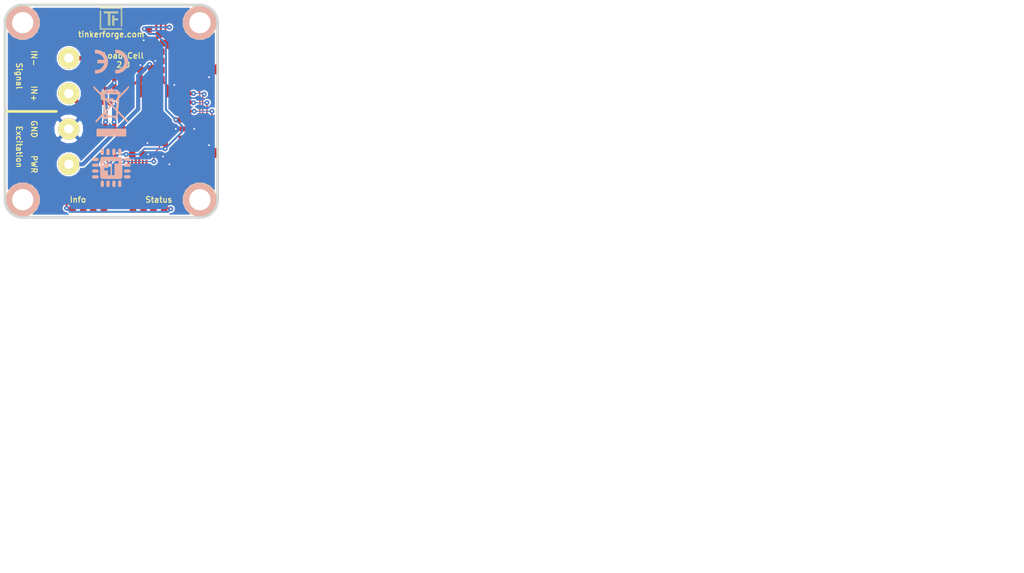
<source format=kicad_pcb>
(kicad_pcb (version 20211014) (generator pcbnew)
  (title_block (title "Load Cell Bricklet") (date "2018-01-11") (rev "2.0") (company "Tinkerforge GmbH") (comment 1 "Licensed under CERN OHL v.1.1") (comment 2 "Copyright (©) 2018, B.Nordmeyer <bastian@tinkerforge.com>"))
  (layers (0 "F.Cu" signal "Vorderseite") (31 "B.Cu" signal "Rückseite") (34 "B.Paste" user) (35 "F.Paste" user) (36 "B.SilkS" user "B.Silkscreen") (37 "F.SilkS" user "F.Silkscreen") (38 "B.Mask" user) (39 "F.Mask" user) (44 "Edge.Cuts" user))
  (net 0 "")
  (net 1 "AGND")
  (net 2 "3V3")
  (net 3 "Net-(P1-Pad6)")
  (net 4 "+5V")
  (net 5 "+5VA")
  (net 6 "Net-(P2-Pad2)")
  (net 7 "Net-(C1-Pad1)")
  (net 8 "Net-(D1-Pad2)")
  (net 9 "Net-(D2-Pad2)")
  (net 10 "Net-(L1-Pad2)")
  (net 11 "Net-(P1-Pad4)")
  (net 12 "Net-(P1-Pad5)")
  (net 13 "Net-(P3-Pad1)")
  (net 14 "Net-(P4-Pad1)")
  (net 15 "Net-(P4-Pad2)")
  (net 16 "Net-(R1-Pad1)")
  (net 17 "Net-(R2-Pad1)")
  (net 18 "S-MISO")
  (net 19 "S-MOSI")
  (net 20 "S-CLK")
  (net 21 "S-CS")
  (net 22 "PD_SCK")
  (net 23 "DOUT")
  (net 24 "RATE")
  (net 25 "Net-(RP2-Pad1)")
  (net 26 "Net-(RP2-Pad4)")
  (net 27 "Net-(P1-Pad1)")
  (net 28 "Net-(RP2-Pad2)")
  (net 29 "Net-(RP2-Pad3)")
  (net 30 "Net-(RP2-Pad6)")
  (net 31 "Net-(RP2-Pad7)")
  (net 32 "Net-(U1-Pad3)")
  (net 33 "Net-(U1-Pad5)")
  (net 34 "Net-(U1-Pad6)")
  (net 35 "Net-(U1-Pad7)")
  (net 36 "Net-(U1-Pad8)")
  (net 37 "Net-(U1-Pad11)")
  (net 38 "Net-(U1-Pad12)")
  (net 39 "Net-(U1-Pad13)")
  (net 40 "Net-(U1-Pad14)")
  (net 41 "Net-(U1-Pad15)")
  (net 42 "Net-(U1-Pad18)")
  (net 43 "Net-(U3-Pad2)")
  (net 44 "Net-(U3-Pad6)")
  (net 45 "Net-(U3-Pad13)")
  (footprint "kicad-libraries:Logo_31x31" (layer "F.Cu") (at 151.425 85.4)
    (fp_text reference "G***" hide)
    (fp_text value "Logo_31x31" hide)
  )
  (footprint "kicad-libraries:UMLP_22" (layer "F.Cu") (at 160.05 89.275 180)
    (fp_text reference "U2")
    (fp_text value "FAN4860")
    (pad "1" smd rect locked (at 0.65 -1.05 180) (size 0.25 0.8) (layers "F.Cu" "F.Paste" "F.Mask") (net 1 "AGND"))
    (pad "2" smd rect locked (at 0 -1.05 180) (size 0.25 0.8) (layers "F.Cu" "F.Paste" "F.Mask") (net 4 "+5V"))
    (pad "3" smd rect locked (at -0.65 -1.05 180) (size 0.25 0.8) (layers "F.Cu" "F.Paste" "F.Mask") (net 4 "+5V"))
    (pad "4" smd rect locked (at -0.65 1.05 180) (size 0.25 0.8) (layers "F.Cu" "F.Paste" "F.Mask") (net 2 "3V3"))
    (pad "5" smd rect locked (at 0 1.05 180) (size 0.25 0.8) (layers "F.Cu" "F.Paste" "F.Mask") (net 10 "Net-(L1-Pad2)"))
    (pad "6" smd rect locked (at 0.65 1.05 180) (size 0.25 0.8) (layers "F.Cu" "F.Paste" "F.Mask") (net 2 "3V3"))
    (pad "EP" smd rect locked (at 0 0 180) (size 1.45 0.8) (layers "F.Cu" "F.Paste" "F.Mask") (net 1 "AGND"))
  )
  (footprint "kicad-libraries:SOP16L" (layer "F.Cu") (at 156.65 100.075 180)
    (fp_text reference "U3")
    (fp_text value "HX711")
    (pad "1" smd rect locked (at -4.445 2.7 180) (size 0.5 1.5) (layers "F.Cu" "F.Paste" "F.Mask") (net 5 "+5VA") (clearance 0.14986))
    (pad "2" smd rect locked (at -3.175 2.7 180) (size 0.5 1.5) (layers "F.Cu" "F.Paste" "F.Mask") (net 43 "Net-(U3-Pad2)") (clearance 0.14986))
    (pad "3" smd rect locked (at -1.905 2.7 180) (size 0.5 1.5) (layers "F.Cu" "F.Paste" "F.Mask") (net 5 "+5VA") (clearance 0.14986))
    (pad "4" smd rect locked (at -0.635 2.7 180) (size 0.5 1.5) (layers "F.Cu" "F.Paste" "F.Mask") (net 1 "AGND") (clearance 0.14986))
    (pad "5" smd rect locked (at 0.635 2.7 180) (size 0.5 1.5) (layers "F.Cu" "F.Paste" "F.Mask") (net 1 "AGND") (clearance 0.14986))
    (pad "6" smd rect locked (at 1.905 2.7 180) (size 0.5 1.5) (layers "F.Cu" "F.Paste" "F.Mask") (net 44 "Net-(U3-Pad6)") (clearance 0.14986))
    (pad "7" smd rect locked (at 3.175 2.7 180) (size 0.5 1.5) (layers "F.Cu" "F.Paste" "F.Mask") (net 15 "Net-(P4-Pad2)"))
    (pad "8" smd rect locked (at 4.445 2.7 180) (size 0.5 1.5) (layers "F.Cu" "F.Paste" "F.Mask") (net 14 "Net-(P4-Pad1)"))
    (pad "9" smd rect locked (at 4.445 -2.7 180) (size 0.5 1.5) (layers "F.Cu" "F.Paste" "F.Mask") (net 15 "Net-(P4-Pad2)"))
    (pad "10" smd rect locked (at 3.175 -2.7 180) (size 0.5 1.5) (layers "F.Cu" "F.Paste" "F.Mask") (net 14 "Net-(P4-Pad1)"))
    (pad "11" smd rect locked (at 1.905 -2.7 180) (size 0.5 1.5) (layers "F.Cu" "F.Paste" "F.Mask") (net 26 "Net-(RP2-Pad4)"))
    (pad "12" smd rect locked (at 0.635 -2.7 180) (size 0.5 1.5) (layers "F.Cu" "F.Paste" "F.Mask") (net 25 "Net-(RP2-Pad1)"))
    (pad "13" smd rect locked (at -0.635 -2.7 180) (size 0.5 1.5) (layers "F.Cu" "F.Paste" "F.Mask") (net 45 "Net-(U3-Pad13)"))
    (pad "14" smd rect locked (at -1.905 -2.7 180) (size 0.5 1.5) (layers "F.Cu" "F.Paste" "F.Mask") (net 1 "AGND"))
    (pad "15" smd rect locked (at -3.175 -2.7 180) (size 0.5 1.5) (layers "F.Cu" "F.Paste" "F.Mask") (net 24 "RATE"))
    (pad "16" smd rect locked (at -4.445 -2.7 180) (size 0.5 1.5) (layers "F.Cu" "F.Paste" "F.Mask") (net 2 "3V3"))
  )
  (footprint "kicad-libraries:DRILL_NP" (layer "F.Cu") (at 165.55 112.575)
    (fp_text reference "U4" hide)
    (fp_text value "DRILL" hide)
    (pad "" np_thru_hole circle locked (at 0 0) (size 2.99974 2.99974) (drill 2.99974) (layers *.Cu *.Mask "F.SilkS") (clearance 0.89916))
  )
  (footprint "kicad-libraries:DRILL_NP" (layer "F.Cu") (at 140.55 112.575)
    (fp_text reference "U5" hide)
    (fp_text value "DRILL" hide)
    (pad "" np_thru_hole circle locked (at 0 0) (size 2.99974 2.99974) (drill 2.99974) (layers *.Cu *.Mask "F.SilkS") (clearance 0.89916))
  )
  (footprint "kicad-libraries:DRILL_NP" (layer "F.Cu") (at 140.55 87.575)
    (fp_text reference "U6" hide)
    (fp_text value "DRILL" hide)
    (pad "" np_thru_hole circle locked (at 0 0) (size 2.99974 2.99974) (drill 2.99974) (layers *.Cu *.Mask "F.SilkS") (clearance 0.89916))
  )
  (footprint "kicad-libraries:DRILL_NP" (layer "F.Cu") (at 165.55 87.575)
    (fp_text reference "U7" hide)
    (fp_text value "DRILL" hide)
    (pad "" np_thru_hole circle locked (at 0 0) (size 2.99974 2.99974) (drill 2.99974) (layers *.Cu *.Mask "F.SilkS") (clearance 0.89916))
  )
  (footprint "kicad-libraries:Fiducial_Mark" (layer "F.Cu") (at 145.55 86.575)
    (fp_text reference "Fiducial_Mark" hide)
    (fp_text value "VAL**" hide)
    (pad "1" smd circle locked (at 0 0) (size 1.00076 1.00076) (layers "F.Cu" "F.Paste" "F.Mask") (clearance 0.65024))
  )
  (footprint "kicad-libraries:Fiducial_Mark" (layer "F.Cu") (at 166.05 108.075)
    (fp_text reference "Fiducial_Mark" hide)
    (fp_text value "VAL**" hide)
    (pad "1" smd circle locked (at 0 0) (size 1.00076 1.00076) (layers "F.Cu" "F.Paste" "F.Mask") (clearance 0.65024))
  )
  (footprint "kicad-libraries:C0805" (layer "F.Cu") (at 159.75 86.675)
    (fp_text reference "L1")
    (fp_text value "1µH")
    (pad "1" smd rect locked (at -1.00076 0) (size 1.00076 1.24968) (layers "F.Cu" "F.Paste" "F.Mask") (net 2 "3V3") (clearance 0.14986))
    (pad "2" smd rect locked (at 1.00076 0) (size 1.00076 1.24968) (layers "F.Cu" "F.Paste" "F.Mask") (net 10 "Net-(L1-Pad2)") (clearance 0.14986))
  )
  (footprint "kicad-libraries:AKL_5_2" (layer "F.Cu") (at 147.05 95.075 90)
    (fp_text reference "P4")
    (fp_text value "AKL_5_2")
    (pad "1" thru_hole circle locked (at -2.49936 0 90) (size 2.99974 2.99974) (drill 1.30048) (layers *.Cu *.Mask "F.SilkS") (net 14 "Net-(P4-Pad1)"))
    (pad "2" thru_hole circle locked (at 2.49936 0 90) (size 2.99974 2.99974) (drill 1.30048) (layers *.Cu *.Mask "F.SilkS") (net 15 "Net-(P4-Pad2)"))
  )
  (footprint "kicad-libraries:AKL_5_2" (layer "F.Cu") (at 147.05 105.075 90)
    (fp_text reference "P5")
    (fp_text value "AKL_5_2")
    (pad "1" thru_hole circle locked (at -2.49936 0 90) (size 2.99974 2.99974) (drill 1.30048) (layers *.Cu *.Mask "F.SilkS") (net 5 "+5VA"))
    (pad "2" thru_hole circle locked (at 2.49936 0 90) (size 2.99974 2.99974) (drill 1.30048) (layers *.Cu *.Mask "F.SilkS") (net 1 "AGND"))
  )
  (footprint "kicad-libraries:4X0402" (layer "F.Cu") (at 163.25 107.975 180)
    (fp_text reference "RP1")
    (fp_text value "82")
    (pad "1" smd rect locked (at -0.7493 0.575) (size 0.29972 0.65) (layers "F.Cu" "F.Paste" "F.Mask") (net 11 "Net-(P1-Pad4)"))
    (pad "2" smd rect locked (at -0.24892 0.575) (size 0.29972 0.65) (layers "F.Cu" "F.Paste" "F.Mask") (net 12 "Net-(P1-Pad5)"))
    (pad "3" smd rect locked (at 0.24892 0.575) (size 0.29972 0.65) (layers "F.Cu" "F.Paste" "F.Mask") (net 3 "Net-(P1-Pad6)"))
    (pad "4" smd rect locked (at 0.7493 0.575) (size 0.29972 0.65) (layers "F.Cu" "F.Paste" "F.Mask") (net 7 "Net-(C1-Pad1)"))
    (pad "5" smd rect locked (at 0.7493 -0.575 180) (size 0.29972 0.65) (layers "F.Cu" "F.Paste" "F.Mask") (net 18 "S-MISO"))
    (pad "6" smd rect locked (at 0.24892 -0.575 180) (size 0.29972 0.65) (layers "F.Cu" "F.Paste" "F.Mask") (net 19 "S-MOSI"))
    (pad "7" smd rect locked (at -0.24892 -0.575 180) (size 0.29972 0.65) (layers "F.Cu" "F.Paste" "F.Mask") (net 20 "S-CLK"))
    (pad "8" smd rect locked (at -0.7493 -0.575 180) (size 0.29972 0.65) (layers "F.Cu" "F.Paste" "F.Mask") (net 21 "S-CS"))
  )
  (footprint "kicad-libraries:R0603F" (layer "F.Cu") (at 160.85 94.275)
    (fp_text reference "L2")
    (fp_text value "FB0603-2")
    (pad "1" smd rect locked (at -0.75 0) (size 0.9 0.9) (layers "F.Cu" "F.Paste" "F.Mask") (net 5 "+5VA"))
    (pad "2" smd rect locked (at 0.75 0) (size 0.9 0.9) (layers "F.Cu" "F.Paste" "F.Mask") (net 4 "+5V"))
  )
  (footprint "kicad-libraries:CON-SENSOR2" (layer "F.Cu") (at 168.05 100.075 90)
    (fp_text reference "P1")
    (fp_text value "CON-SENSOR")
    (pad "1" smd rect locked (at -3.75 -4.6 90) (size 0.6 1.8) (layers "F.Cu" "F.Paste" "F.Mask") (net 27 "Net-(P1-Pad1)"))
    (pad "2" smd rect locked (at -2.5 -4.6 90) (size 0.6 1.8) (layers "F.Cu" "F.Paste" "F.Mask") (net 1 "AGND"))
    (pad "3" smd rect locked (at -1.25 -4.6 90) (size 0.6 1.8) (layers "F.Cu" "F.Paste" "F.Mask") (net 2 "3V3"))
    (pad "4" smd rect locked (at 0 -4.6 90) (size 0.6 1.8) (layers "F.Cu" "F.Paste" "F.Mask") (net 11 "Net-(P1-Pad4)"))
    (pad "5" smd rect locked (at 1.25 -4.6 90) (size 0.6 1.8) (layers "F.Cu" "F.Paste" "F.Mask") (net 12 "Net-(P1-Pad5)"))
    (pad "6" smd rect locked (at 2.5 -4.6 90) (size 0.6 1.8) (layers "F.Cu" "F.Paste" "F.Mask") (net 3 "Net-(P1-Pad6)"))
    (pad "7" smd rect locked (at 3.75 -4.6 90) (size 0.6 1.8) (layers "F.Cu" "F.Paste" "F.Mask") (net 7 "Net-(C1-Pad1)"))
    (pad "EP" smd rect locked (at -5.9 -1.2 90) (size 1.4 2.4) (layers "F.Cu" "F.Paste" "F.Mask") (net 1 "AGND"))
    (pad "EP" smd rect locked (at 5.9 -1.2 90) (size 1.4 2.4) (layers "F.Cu" "F.Paste" "F.Mask") (net 1 "AGND"))
  )
  (footprint "kicad-libraries:SolderJumper" (layer "F.Cu") (at 160.75 108.675 180)
    (fp_text reference "P2")
    (fp_text value "Boot")
    (pad "1" smd rect locked (at -0.5 0 180) (size 0.4 1.4) (layers "F.Cu" "F.Mask") (net 1 "AGND"))
    (pad "1" smd rect locked (at -0.225 -0.55 180) (size 0.95 0.3) (layers "F.Cu" "F.Mask") (net 1 "AGND"))
    (pad "1" smd rect locked (at -0.225 0.55 180) (size 0.95 0.3) (layers "F.Cu" "F.Mask") (net 1 "AGND"))
    (pad "2" smd rect locked (at 0.15 0 180) (size 0.6 0.5) (layers "F.Cu" "F.Mask") (net 6 "Net-(P2-Pad2)"))
    (pad "2" smd rect locked (at 0.55 0 180) (size 0.3 1.4) (layers "F.Cu" "F.Mask") (net 6 "Net-(P2-Pad2)"))
  )
  (footprint "kicad-libraries:DEBUG_PAD" (layer "F.Cu") (at 160.45 110.075 90)
    (fp_text reference "P3")
    (fp_text value "Debug")
    (pad "1" smd circle locked (at 0 0 90) (size 0.7 0.7) (layers "F.Cu" "F.Paste" "F.Mask") (net 13 "Net-(P3-Pad1)"))
  )
  (footprint "kicad-libraries:QFN24-4x4mm-0.5mm" (layer "F.Cu") (at 156.75 109.475 180)
    (fp_text reference "U1")
    (fp_text value "XMC1100")
    (pad "1" smd oval locked (at -2.025 -1.25 180) (size 1 0.3) (layers "F.Cu" "F.Paste" "F.Mask") (net 18 "S-MISO"))
    (pad "2" smd oval locked (at -2.025 -0.75 180) (size 1 0.3) (layers "F.Cu" "F.Paste" "F.Mask") (net 13 "Net-(P3-Pad1)"))
    (pad "3" smd oval locked (at -2.025 -0.25 180) (size 1 0.3) (layers "F.Cu" "F.Paste" "F.Mask") (net 32 "Net-(U1-Pad3)"))
    (pad "4" smd oval locked (at -2.025 0.25 180) (size 1 0.3) (layers "F.Cu" "F.Paste" "F.Mask") (net 6 "Net-(P2-Pad2)"))
    (pad "5" smd oval locked (at -2.025 0.75 180) (size 1 0.3) (layers "F.Cu" "F.Paste" "F.Mask") (net 33 "Net-(U1-Pad5)"))
    (pad "6" smd oval locked (at -2.025 1.25 180) (size 1 0.3) (layers "F.Cu" "F.Paste" "F.Mask") (net 34 "Net-(U1-Pad6)"))
    (pad "7" smd oval locked (at -1.25 2.025 270) (size 1 0.3) (layers "F.Cu" "F.Paste" "F.Mask") (net 35 "Net-(U1-Pad7)"))
    (pad "8" smd oval locked (at -0.75 2.025 270) (size 1 0.3) (layers "F.Cu" "F.Paste" "F.Mask") (net 36 "Net-(U1-Pad8)"))
    (pad "9" smd oval locked (at -0.25 2.025 270) (size 1 0.3) (layers "F.Cu" "F.Paste" "F.Mask") (net 1 "AGND"))
    (pad "10" smd oval locked (at 0.25 2.025 270) (size 1 0.3) (layers "F.Cu" "F.Paste" "F.Mask") (net 2 "3V3"))
    (pad "11" smd oval locked (at 0.75 2.025 270) (size 1 0.3) (layers "F.Cu" "F.Paste" "F.Mask") (net 37 "Net-(U1-Pad11)"))
    (pad "12" smd oval locked (at 1.25 2.025 270) (size 1 0.3) (layers "F.Cu" "F.Paste" "F.Mask") (net 38 "Net-(U1-Pad12)"))
    (pad "13" smd oval locked (at 2.025 1.25 180) (size 1 0.3) (layers "F.Cu" "F.Paste" "F.Mask") (net 39 "Net-(U1-Pad13)"))
    (pad "14" smd oval locked (at 2.025 0.75 180) (size 1 0.3) (layers "F.Cu" "F.Paste" "F.Mask") (net 40 "Net-(U1-Pad14)"))
    (pad "15" smd oval locked (at 2.025 0.25 180) (size 1 0.3) (layers "F.Cu" "F.Paste" "F.Mask") (net 41 "Net-(U1-Pad15)"))
    (pad "16" smd oval locked (at 2.025 -0.25 180) (size 1 0.3) (layers "F.Cu" "F.Paste" "F.Mask") (net 24 "RATE"))
    (pad "17" smd oval locked (at 2.025 -0.75 180) (size 1 0.3) (layers "F.Cu" "F.Paste" "F.Mask") (net 23 "DOUT"))
    (pad "18" smd oval locked (at 2.025 -1.25 180) (size 1 0.3) (layers "F.Cu" "F.Paste" "F.Mask") (net 42 "Net-(U1-Pad18)"))
    (pad "19" smd oval locked (at 1.25 -2.025 270) (size 1 0.3) (layers "F.Cu" "F.Paste" "F.Mask") (net 22 "PD_SCK"))
    (pad "20" smd oval locked (at 0.75 -2.025 270) (size 1 0.3) (layers "F.Cu" "F.Paste" "F.Mask") (net 16 "Net-(R1-Pad1)"))
    (pad "21" smd oval locked (at 0.25 -2.025 270) (size 1 0.3) (layers "F.Cu" "F.Paste" "F.Mask") (net 17 "Net-(R2-Pad1)"))
    (pad "22" smd oval locked (at -0.25 -2.025 270) (size 1 0.3) (layers "F.Cu" "F.Paste" "F.Mask") (net 21 "S-CS"))
    (pad "23" smd oval locked (at -0.75 -2.025 270) (size 1 0.3) (layers "F.Cu" "F.Paste" "F.Mask") (net 20 "S-CLK"))
    (pad "24" smd oval locked (at -1.25 -2.025 270) (size 1 0.3) (layers "F.Cu" "F.Paste" "F.Mask") (net 19 "S-MOSI"))
    (pad "EXP" smd rect locked (at -0.65 0.65 180) (size 1.3 1.3) (layers "F.Cu" "F.Paste" "F.Mask") (net 1 "AGND"))
    (pad "EXP" smd rect locked (at 0.65 -0.65 180) (size 1.3 1.3) (layers "F.Cu" "F.Paste" "F.Mask") (net 1 "AGND"))
    (pad "EXP" smd rect locked (at 0.65 0.65 180) (size 1.3 1.3) (layers "F.Cu" "F.Paste" "F.Mask") (net 1 "AGND"))
    (pad "EXP" smd rect locked (at -0.65 -0.65 180) (size 1.3 1.3) (layers "F.Cu" "F.Paste" "F.Mask") (net 1 "AGND"))
  )
  (footprint "kicad-libraries:Fiducial_Mark" (layer "F.Cu") (at 145.15 113.375)
    (fp_text reference "Fiducial_Mark" hide)
    (fp_text value "VAL**" hide)
    (pad "1" smd circle locked (at 0 0) (size 1.00076 1.00076) (layers "F.Cu" "F.Paste" "F.Mask") (clearance 0.65024))
  )
  (footprint "kicad-libraries:4X0402" (layer "F.Cu") (at 153.45 105.475 135)
    (fp_text reference "RP2")
    (fp_text value "82")
    (pad "1" smd rect locked (at -0.749301 0.575 315) (size 0.29972 0.65) (layers "F.Cu" "F.Paste" "F.Mask") (net 25 "Net-(RP2-Pad1)"))
    (pad "2" smd rect locked (at -0.24892 0.574999 315) (size 0.29972 0.65) (layers "F.Cu" "F.Paste" "F.Mask") (net 28 "Net-(RP2-Pad2)"))
    (pad "3" smd rect locked (at 0.24892 0.574999 315) (size 0.29972 0.65) (layers "F.Cu" "F.Paste" "F.Mask") (net 29 "Net-(RP2-Pad3)"))
    (pad "4" smd rect locked (at 0.749301 0.575 315) (size 0.29972 0.65) (layers "F.Cu" "F.Paste" "F.Mask") (net 26 "Net-(RP2-Pad4)"))
    (pad "5" smd rect locked (at 0.749301 -0.575 135) (size 0.29972 0.65) (layers "F.Cu" "F.Paste" "F.Mask") (net 22 "PD_SCK"))
    (pad "6" smd rect locked (at 0.24892 -0.574999 135) (size 0.29972 0.65) (layers "F.Cu" "F.Paste" "F.Mask") (net 30 "Net-(RP2-Pad6)"))
    (pad "7" smd rect locked (at -0.24892 -0.574999 135) (size 0.29972 0.65) (layers "F.Cu" "F.Paste" "F.Mask") (net 31 "Net-(RP2-Pad7)"))
    (pad "8" smd rect locked (at -0.749301 -0.575 135) (size 0.29972 0.65) (layers "F.Cu" "F.Paste" "F.Mask") (net 23 "DOUT"))
  )
  (footprint "kicad-libraries:C0402F" (layer "F.Cu") (at 161.65 106.475 180)
    (fp_text reference "C1")
    (fp_text value "220pF")
    (pad "1" smd rect locked (at -0.5 0 180) (size 0.6 0.7) (layers "F.Cu" "F.Paste" "F.Mask") (net 7 "Net-(C1-Pad1)"))
    (pad "2" smd rect locked (at 0.5 0 180) (size 0.6 0.7) (layers "F.Cu" "F.Paste" "F.Mask") (net 1 "AGND"))
  )
  (footprint "kicad-libraries:C0603F" (layer "F.Cu") (at 156.75 106.175)
    (fp_text reference "C2")
    (fp_text value "100nF")
    (pad "1" smd rect locked (at -0.75 0) (size 0.9 0.9) (layers "F.Cu" "F.Paste" "F.Mask") (net 2 "3V3"))
    (pad "2" smd rect locked (at 0.75 0) (size 0.9 0.9) (layers "F.Cu" "F.Paste" "F.Mask") (net 1 "AGND"))
  )
  (footprint "kicad-libraries:C0603F" (layer "F.Cu") (at 158.35 89.275 90)
    (fp_text reference "C3")
    (fp_text value "2.2µF")
    (pad "1" smd rect locked (at -0.75 0 90) (size 0.9 0.9) (layers "F.Cu" "F.Paste" "F.Mask") (net 1 "AGND"))
    (pad "2" smd rect locked (at 0.75 0 90) (size 0.9 0.9) (layers "F.Cu" "F.Paste" "F.Mask") (net 2 "3V3"))
  )
  (footprint "kicad-libraries:C0603F" (layer "F.Cu") (at 160.85 91.675)
    (fp_text reference "C4")
    (fp_text value "4.7µF")
    (pad "1" smd rect locked (at -0.75 0) (size 0.9 0.9) (layers "F.Cu" "F.Paste" "F.Mask") (net 1 "AGND"))
    (pad "2" smd rect locked (at 0.75 0) (size 0.9 0.9) (layers "F.Cu" "F.Paste" "F.Mask") (net 4 "+5V"))
  )
  (footprint "kicad-libraries:C0603F" (layer "F.Cu") (at 160.85 92.975 180)
    (fp_text reference "C5")
    (fp_text value "100nF")
    (pad "1" smd rect locked (at -0.75 0 180) (size 0.9 0.9) (layers "F.Cu" "F.Paste" "F.Mask") (net 4 "+5V"))
    (pad "2" smd rect locked (at 0.75 0 180) (size 0.9 0.9) (layers "F.Cu" "F.Paste" "F.Mask") (net 1 "AGND"))
  )
  (footprint "kicad-libraries:C0603F" (layer "F.Cu") (at 160.85 95.575 180)
    (fp_text reference "C6")
    (fp_text value "100nF")
    (pad "1" smd rect locked (at -0.75 0 180) (size 0.9 0.9) (layers "F.Cu" "F.Paste" "F.Mask") (net 1 "AGND"))
    (pad "2" smd rect locked (at 0.75 0 180) (size 0.9 0.9) (layers "F.Cu" "F.Paste" "F.Mask") (net 5 "+5VA"))
  )
  (footprint "kicad-libraries:C0603F" (layer "F.Cu") (at 159.85 104.575)
    (fp_text reference "C7")
    (fp_text value "100nF")
    (pad "1" smd rect locked (at -0.75 0) (size 0.9 0.9) (layers "F.Cu" "F.Paste" "F.Mask") (net 1 "AGND"))
    (pad "2" smd rect locked (at 0.75 0) (size 0.9 0.9) (layers "F.Cu" "F.Paste" "F.Mask") (net 2 "3V3"))
  )
  (footprint "kicad-libraries:C0603F" (layer "F.Cu") (at 157.95 95.575 180)
    (fp_text reference "C8")
    (fp_text value "100nF")
    (pad "1" smd rect locked (at -0.75 0 180) (size 0.9 0.9) (layers "F.Cu" "F.Paste" "F.Mask") (net 5 "+5VA"))
    (pad "2" smd rect locked (at 0.75 0 180) (size 0.9 0.9) (layers "F.Cu" "F.Paste" "F.Mask") (net 1 "AGND"))
  )
  (footprint "kicad-libraries:C0603F" (layer "F.Cu") (at 157.95 94.275 180)
    (fp_text reference "C9")
    (fp_text value "1µF")
    (pad "1" smd rect locked (at -0.75 0 180) (size 0.9 0.9) (layers "F.Cu" "F.Paste" "F.Mask") (net 5 "+5VA"))
    (pad "2" smd rect locked (at 0.75 0 180) (size 0.9 0.9) (layers "F.Cu" "F.Paste" "F.Mask") (net 1 "AGND"))
  )
  (footprint "kicad-libraries:D0603F" (layer "F.Cu") (at 148.35 113.775)
    (fp_text reference "D1")
    (fp_text value "green")
    (pad "1" smd rect locked (at -0.75 0) (size 0.9 0.9) (layers "F.Cu" "F.Paste" "F.Mask") (net 2 "3V3"))
    (pad "2" smd rect locked (at 0.75 0) (size 0.9 0.9) (layers "F.Cu" "F.Paste" "F.Mask") (net 8 "Net-(D1-Pad2)"))
  )
  (footprint "kicad-libraries:D0603F" (layer "F.Cu") (at 159.75 113.775 180)
    (fp_text reference "D2")
    (fp_text value "blue")
    (pad "1" smd rect locked (at -0.75 0 180) (size 0.9 0.9) (layers "F.Cu" "F.Paste" "F.Mask") (net 2 "3V3"))
    (pad "2" smd rect locked (at 0.75 0 180) (size 0.9 0.9) (layers "F.Cu" "F.Paste" "F.Mask") (net 9 "Net-(D2-Pad2)"))
  )
  (footprint "kicad-libraries:R0603F" (layer "F.Cu") (at 151.25 113.775 180)
    (fp_text reference "R1")
    (fp_text value "1k")
    (pad "1" smd rect locked (at -0.75 0 180) (size 0.9 0.9) (layers "F.Cu" "F.Paste" "F.Mask") (net 16 "Net-(R1-Pad1)"))
    (pad "2" smd rect locked (at 0.75 0 180) (size 0.9 0.9) (layers "F.Cu" "F.Paste" "F.Mask") (net 8 "Net-(D1-Pad2)"))
  )
  (footprint "kicad-libraries:R0603F" (layer "F.Cu") (at 156.85 113.775)
    (fp_text reference "R2")
    (fp_text value "1k")
    (pad "1" smd rect locked (at -0.75 0) (size 0.9 0.9) (layers "F.Cu" "F.Paste" "F.Mask") (net 17 "Net-(R2-Pad1)"))
    (pad "2" smd rect locked (at 0.75 0) (size 0.9 0.9) (layers "F.Cu" "F.Paste" "F.Mask") (net 9 "Net-(D2-Pad2)"))
  )
  (footprint "kicad-libraries:CE_5mm" (layer "B.Cu") (at 153.05 93.075 180)
    (fp_text reference "VAL" hide)
    (fp_text value "CE_5mm" hide)
  )
  (footprint "kicad-libraries:WEEE_7mm" (layer "B.Cu") (at 153.05 100.075 180)
    (fp_text reference "G***" hide)
    (fp_text value "LOGO" hide)
  )
  (footprint "kicad-libraries:Logo_CoMCU" (layer "B.Cu") (at 153.05 108.075 180)
    (fp_text reference "G***" hide)
    (fp_text value "LOGO" hide)
  )
  (gr_line (start 145.3 100.1) (end 138.05 100.1) (layer "F.SilkS") (width 0.381))
  (gr_line (start 140.55 115.075) (end 165.55 115.075) (layer "Edge.Cuts") (width 0.381))
  (gr_line (start 138.05 87.575) (end 138.05 112.575) (layer "Edge.Cuts") (width 0.381))
  (gr_arc (start 140.55 115.075) (mid 138.782233 114.342767) (end 138.05 112.575) (layer "Edge.Cuts") (width 0.381))
  (gr_line (start 168.05 112.575) (end 168.05 87.575) (layer "Edge.Cuts") (width 0.381))
  (gr_arc (start 168.05 112.575) (mid 167.317767 114.342767) (end 165.55 115.075) (layer "Edge.Cuts") (width 0.381))
  (gr_arc (start 165.55 85.075) (mid 167.317767 85.807233) (end 168.05 87.575) (layer "Edge.Cuts") (width 0.381))
  (gr_line (start 165.55 85.075) (end 140.55 85.075) (layer "Edge.Cuts") (width 0.381))
  (gr_arc (start 138.05 87.575) (mid 138.782233 85.807233) (end 140.55 85.075) (layer "Edge.Cuts") (width 0.381))
  (gr_text "Signal" (at 140.05 95.1 270) (layer "F.SilkS") (effects (font (size 0.8 0.8))))
  (gr_text "PWR" (at 142.15 107.575 270) (layer "F.SilkS") (effects (font (size 0.8001 0.8001) (thickness 0.14986))))
  (gr_text "Status" (at 159.75 112.575) (layer "F.SilkS") (effects (font (size 0.8001 0.8001) (thickness 0.14986))))
  (gr_text "Excitation" (at 140.05 105.1 270) (layer "F.SilkS") (effects (font (size 0.8 0.8))))
  (gr_text "Load Cell\n2.0" (at 154.75 92.875) (layer "F.SilkS") (effects (font (size 0.8 0.8))))
  (gr_text "GND" (at 142.15 102.6 270) (layer "F.SilkS") (effects (font (size 0.8001 0.8001) (thickness 0.14986))))
  (gr_text "tinkerforge.com" (at 153.05 89.225) (layer "F.SilkS") (effects (font (size 0.8001 0.8001) (thickness 0.14986))))
  (gr_text "IN+" (at 142.15 97.6 270) (layer "F.SilkS") (effects (font (size 0.8001 0.8001) (thickness 0.14986))))
  (gr_text "IN-" (at 142.15 92.6 270) (layer "F.SilkS") (effects (font (size 0.8001 0.8001) (thickness 0.14986))))
  (gr_text "Info" (at 148.35 112.575) (layer "F.SilkS") (effects (font (size 0.8001 0.8001) (thickness 0.14986))))
  (segment (start 157.285 96.41) (end 157.1499 96.2749) (width 0.29972) (layer "F.Cu") (net 1))
  (segment (start 157.1499 96.2749) (end 157.1499 95.575) (width 0.29972) (layer "F.Cu") (net 1))
  (segment (start 156.015 96.51) (end 156.95 95.575) (width 0.29972) (layer "F.Cu") (net 1))
  (segment (start 156.95 95.575) (end 157.1499 95.575) (width 0.29972) (layer "F.Cu") (net 1))
  (segment (start 157.1499 93.5751) (end 157.15 93.575) (width 0.59944) (layer "F.Cu") (net 1))
  (segment (start 158.555 104.0801) (end 159.0499 104.575) (width 0.59944) (layer "F.Cu") (net 1))
  (segment (start 161.6501 96.0751) (end 161.95 96.375) (width 0.59944) (layer "F.Cu") (net 1))
  (segment (start 160.0499 91.5999) (end 159.4 90.95) (width 0.29972) (layer "F.Cu") (net 1))
  (segment (start 159.4 90.95) (end 159.4 90.325) (width 0.29972) (layer "F.Cu") (net 1))
  (segment (start 159.1251 90.0501) (end 159.4 90.325) (width 0.29972) (layer "F.Cu") (net 1))
  (segment (start 159.4 89.925) (end 160.05 89.275) (width 0.29972) (layer "F.Cu") (net 1))
  (segment (start 157.625 90.05) (end 157.6251 90.0501) (width 0.29972) (layer "F.Cu") (net 1))
  (segment (start 157.6251 90.0501) (end 158.375 90.0501) (width 0.29972) (layer "F.Cu") (net 1))
  (segment (start 157 106.675) (end 157.5 106.175) (width 0.29972) (layer "F.Cu") (net 1))
  (segment (start 157 108.425) (end 157.4 108.825) (width 0.29972) (layer "F.Cu") (net 1))
  (segment (start 161.2 108.125) (end 161.25 108.175) (width 0.14986) (layer "F.Cu") (net 1))
  (segment (start 161.25 108.175) (end 161.25 108.675) (width 0.14986) (layer "F.Cu") (net 1))
  (segment (start 161.25 109.175) (end 160.95 109.175) (width 0.14986) (layer "F.Cu") (net 1))
  (segment (start 160.95 109.175) (end 160.975 109.225) (width 0.14986) (layer "F.Cu") (net 1))
  (segment (start 157.5 106.175) (end 158.25 106.175) (width 0.29972) (layer "F.Cu") (net 1))
  (segment (start 163.45 102.575) (end 164.75 102.575) (width 0.7) (layer "F.Cu") (net 1))
  (segment (start 166.85 105.975) (end 166.85 104.875) (width 0.59944) (layer "F.Cu") (net 1))
  (segment (start 157.4 108.825) (end 157.4 110.125) (width 0.29972) (layer "F.Cu") (net 1))
  (segment (start 156.015 97.375) (end 156.015 96.51) (width 0.29972) (layer "F.Cu") (net 1))
  (segment (start 160.0499 92.975) (end 159.275 92.975) (width 0.7) (layer "F.Cu") (net 1))
  (segment (start 163.45 102.575) (end 162.15 102.575) (width 0.7) (layer "F.Cu") (net 1))
  (segment (start 161.25 108.675) (end 161.25 107.575) (width 0.29972) (layer "F.Cu") (net 1))
  (segment (start 160.0499 91.675) (end 160.0499 92.975) (width 0.7) (layer "F.Cu") (net 1))
  (segment (start 161.25 108.675) (end 161.25 109.175) (width 0.14986) (layer "F.Cu") (net 1))
  (segment (start 166.85 94.175) (end 166.85 95.275) (width 0.59944) (layer "F.Cu") (net 1))
  (segment (start 159.1 104.575) (end 158.15 104.575) (width 0.29972) (layer "F.Cu") (net 1))
  (segment (start 160.0499 91.675) (end 160.0499 91.5999) (width 0.29972) (layer "F.Cu") (net 1))
  (segment (start 157.1499 95.575) (end 157.1499 94.275) (width 0.59944) (layer "F.Cu") (net 1))
  (segment (start 161.6501 96.0751) (end 161.6501 95.575) (width 0.59944) (layer "F.Cu") (net 1))
  (segment (start 158.555 102.775) (end 158.555 104.0801) (width 0.59944) (layer "F.Cu") (net 1))
  (segment (start 158.375 90.0501) (end 159.1251 90.0501) (width 0.29972) (layer "F.Cu") (net 1))
  (segment (start 157 107.45) (end 157 108.425) (width 0.29972) (layer "F.Cu") (net 1))
  (segment (start 159.4 90.325) (end 159.4 89.925) (width 0.29972) (layer "F.Cu") (net 1))
  (segment (start 157 107.45) (end 157 106.675) (width 0.29972) (layer "F.Cu") (net 1))
  (segment (start 157.285 97.375) (end 157.285 96.41) (width 0.29972) (layer "F.Cu") (net 1))
  (segment (start 161 106.475) (end 160.35 106.475) (width 0.59944) (layer "F.Cu") (net 1))
  (segment (start 156.1 110.125) (end 156.1 108.825) (width 0.29972) (layer "F.Cu") (net 1))
  (segment (start 157.4 110.125) (end 156.1 110.125) (width 0.29972) (layer "F.Cu") (net 1))
  (segment (start 157.1499 93.5751) (end 157.1499 94.275) (width 0.59944) (layer "F.Cu") (net 1))
  (segment (start 160.975 108.125) (end 161.2 108.125) (width 0.14986) (layer "F.Cu") (net 1))
  (via (at 162.15 102.575) (size 0.70104) (drill 0.24892) (layers "F.Cu" "B.Cu") (net 1))
  (via (at 161.95 96.375) (size 0.70104) (drill 0.24892) (layers "F.Cu" "B.Cu") (net 1))
  (via (at 157.15 93.575) (size 0.70104) (drill 0.24892) (layers "F.Cu" "B.Cu") (net 1))
  (via (at 166.85 95.275) (size 0.70104) (drill 0.24892) (layers "F.Cu" "B.Cu") (net 1))
  (via (at 158.15 104.575) (size 0.70104) (drill 0.24892) (layers "F.Cu" "B.Cu") (net 1))
  (via (at 157.625 90.05) (size 0.70104) (drill 0.24892) (layers "F.Cu" "B.Cu") (net 1))
  (via (at 159.275 92.975) (size 0.70104) (drill 0.24892) (layers "F.Cu" "B.Cu") (net 1))
  (via (at 164.75 102.575) (size 0.70104) (drill 0.24892) (layers "F.Cu" "B.Cu") (net 1))
  (via (at 161.25 107.575) (size 0.70104) (drill 0.24892) (layers "F.Cu" "B.Cu") (net 1))
  (via (at 158.25 106.175) (size 0.70104) (drill 0.24892) (layers "F.Cu" "B.Cu") (net 1))
  (via (at 166.85 104.875) (size 0.70104) (drill 0.24892) (layers "F.Cu" "B.Cu") (net 1))
  (via (at 160.35 106.475) (size 0.70104) (drill 0.24892) (layers "F.Cu" "B.Cu") (net 1))
  (segment (start 161.95 87.6) (end 161.375 87.025) (width 0.29972) (layer "B.Cu") (net 1))
  (segment (start 161.375 87.025) (end 157.75 87.025) (width 0.29972) (layer "B.Cu") (net 1))
  (segment (start 157.75 87.025) (end 156.85 87.925) (width 0.29972) (layer "B.Cu") (net 1))
  (segment (start 156.85 87.925) (end 156.85 89.275) (width 0.29972) (layer "B.Cu") (net 1))
  (segment (start 156.85 89.275) (end 157.625 90.05) (width 0.29972) (layer "B.Cu") (net 1))
  (segment (start 158.95 92.975) (end 158.6125 92.6375) (width 0.29972) (layer "B.Cu") (net 1))
  (segment (start 157.625 91.65) (end 157.625 90.05) (width 0.29972) (layer "B.Cu") (net 1))
  (segment (start 158.6125 92.6375) (end 157.625 91.65) (width 0.29972) (layer "B.Cu") (net 1))
  (segment (start 161.95 96.375) (end 161.95 87.6) (width 0.29972) (layer "B.Cu") (net 1))
  (segment (start 159.275 92.975) (end 158.95 92.975) (width 0.29972) (layer "B.Cu") (net 1))
  (segment (start 161.095 104.1301) (end 160.6501 104.575) (width 0.29972) (layer "F.Cu") (net 2))
  (segment (start 158.5999 88.225) (end 158.375 88.4499) (width 0.29972) (layer "F.Cu") (net 2))
  (segment (start 157.7251 88.4499) (end 157.7 88.475) (width 0.29972) (layer "F.Cu") (net 2))
  (segment (start 159.4 87.35076) (end 158.72424 86.675) (width 0.29972) (layer "F.Cu") (net 2))
  (segment (start 156.5 106.675) (end 156 106.175) (width 0.29972) (layer "F.Cu") (net 2))
  (segment (start 160.6 105.325) (end 160.65 105.375) (width 0.29972) (layer "F.Cu") (net 2))
  (segment (start 155.15 106.175) (end 156 106.175) (width 0.29972) (layer "F.Cu") (net 2))
  (segment (start 162.2 101.325) (end 162.15 101.275) (width 0.7) (layer "F.Cu") (net 2))
  (segment (start 161.45 113.875) (end 161.35 113.775) (width 0.29972) (layer "F.Cu") (net 2))
  (segment (start 161.35 113.775) (end 160.5 113.775) (width 0.29972) (layer "F.Cu") (net 2))
  (segment (start 146.75 112.775) (end 147.65 111.875) (width 0.29972) (layer "F.Cu") (net 2))
  (segment (start 147.65 111.875) (end 150.15 111.875) (width 0.29972) (layer "F.Cu") (net 2))
  (segment (start 150.15 111.875) (end 151.85 110.175) (width 0.29972) (layer "F.Cu") (net 2))
  (segment (start 151.85 110.175) (end 151.85 107.575) (width 0.29972) (layer "F.Cu") (net 2))
  (segment (start 161.25 88.225) (end 160.7 88.225) (width 0.29972) (layer "F.Cu") (net 2))
  (segment (start 163.45 101.325) (end 162.2 101.325) (width 0.7) (layer "F.Cu") (net 2))
  (segment (start 146.75 113.775) (end 146.75 112.775) (width 0.29972) (layer "F.Cu") (net 2))
  (segment (start 159.4 88.225) (end 159.4 87.35076) (width 0.29972) (layer "F.Cu") (net 2))
  (segment (start 147.6 113.775) (end 146.75 113.775) (width 0.29972) (layer "F.Cu") (net 2))
  (segment (start 159.4 88.225) (end 158.5999 88.225) (width 0.29972) (layer "F.Cu") (net 2))
  (segment (start 158.375 88.4499) (end 157.7251 88.4499) (width 0.29972) (layer "F.Cu") (net 2))
  (segment (start 160.6 104.575) (end 160.6 105.325) (width 0.29972) (layer "F.Cu") (net 2))
  (segment (start 161.095 102.775) (end 161.095 104.1301) (width 0.29972) (layer "F.Cu") (net 2))
  (segment (start 156.5 107.45) (end 156.5 106.675) (width 0.29972) (layer "F.Cu") (net 2))
  (via (at 146.75 113.775) (size 0.70104) (drill 0.24892) (layers "F.Cu" "B.Cu") (net 2))
  (via (at 161.25 88.225) (size 0.70104) (drill 0.24892) (layers "F.Cu" "B.Cu") (net 2))
  (via (at 162.15 101.275) (size 0.70104) (drill 0.24892) (layers "F.Cu" "B.Cu") (net 2))
  (via (at 151.85 107.575) (size 0.70104) (drill 0.24892) (layers "F.Cu" "B.Cu") (net 2))
  (via (at 160.65 105.375) (size 0.70104) (drill 0.24892) (layers "F.Cu" "B.Cu") (net 2))
  (via (at 161.45 113.875) (size 0.70104) (drill 0.24892) (layers "F.Cu" "B.Cu") (net 2))
  (via (at 157.7 88.475) (size 0.70104) (drill 0.24892) (layers "F.Cu" "B.Cu") (net 2))
  (via (at 155.15 106.175) (size 0.70104) (drill 0.24892) (layers "F.Cu" "B.Cu") (net 2))
  (segment (start 157.95 88.225) (end 157.7 88.475) (width 0.29972) (layer "B.Cu") (net 2))
  (segment (start 160.65 105.375) (end 157.75 105.375) (width 0.29972) (layer "B.Cu") (net 2))
  (segment (start 157.75 105.375) (end 156.95 106.175) (width 0.29972) (layer "B.Cu") (net 2))
  (segment (start 156.95 106.175) (end 155.15 106.175) (width 0.29972) (layer "B.Cu") (net 2))
  (segment (start 160.75 99.875) (end 160.75 90.575) (width 0.29972) (layer "B.Cu") (net 2))
  (segment (start 159.35 89.175) (end 158.4 89.175) (width 0.29972) (layer "B.Cu") (net 2))
  (segment (start 158.4 89.175) (end 157.7 88.475) (width 0.29972) (layer "B.Cu") (net 2))
  (segment (start 163.05 102.975) (end 163.05 102.175) (width 0.29972) (layer "B.Cu") (net 2))
  (segment (start 163.05 102.175) (end 162.15 101.275) (width 0.29972) (layer "B.Cu") (net 2))
  (segment (start 146.75 113.775) (end 147.25 114.275) (width 0.29972) (layer "B.Cu") (net 2))
  (segment (start 147.25 114.275) (end 161.05 114.275) (width 0.29972) (layer "B.Cu") (net 2))
  (segment (start 161.05 114.275) (end 161.45 113.875) (width 0.29972) (layer "B.Cu") (net 2))
  (segment (start 151.85 107.575) (end 152.65 107.575) (width 0.29972) (layer "B.Cu") (net 2))
  (segment (start 152.65 107.575) (end 154.05 106.175) (width 0.29972) (layer "B.Cu") (net 2))
  (segment (start 154.05 106.175) (end 155.15 106.175) (width 0.29972) (layer "B.Cu") (net 2))
  (segment (start 162.15 101.275) (end 160.75 99.875) (width 0.29972) (layer "B.Cu") (net 2))
  (segment (start 161.25 88.225) (end 157.95 88.225) (width 0.29972) (layer "B.Cu") (net 2))
  (segment (start 160.75 90.575) (end 159.35 89.175) (width 0.29972) (layer "B.Cu") (net 2))
  (segment (start 160.65 105.375) (end 163.05 102.975) (width 0.29972) (layer "B.Cu") (net 2))
  (segment (start 163.00108 105.82392) (end 164.05 104.775) (width 0.14986) (layer "F.Cu") (net 3))
  (segment (start 164.05 104.775) (end 164.65 104.775) (width 0.14986) (layer "F.Cu") (net 3))
  (segment (start 164.65 104.775) (end 165.95 103.475) (width 0.14986) (layer "F.Cu") (net 3))
  (segment (start 165.95 103.475) (end 165.95 97.875) (width 0.14986) (layer "F.Cu") (net 3))
  (segment (start 165.95 97.875) (end 166.15 97.675) (width 0.14986) (layer "F.Cu") (net 3))
  (segment (start 164.65 97.575) (end 163.45 97.575) (width 0.14986) (layer "F.Cu") (net 3))
  (segment (start 163.00108 107.4) (end 163.00108 105.82392) (width 0.14986) (layer "F.Cu") (net 3))
  (via (at 166.15 97.675) (size 0.70104) (drill 0.24892) (layers "F.Cu" "B.Cu") (net 3))
  (via (at 164.65 97.575) (size 0.70104) (drill 0.24892) (layers "F.Cu" "B.Cu") (net 3))
  (segment (start 166.15 97.675) (end 166.05 97.575) (width 0.14986) (layer "B.Cu") (net 3))
  (segment (start 166.05 97.575) (end 164.65 97.575) (width 0.14986) (layer "B.Cu") (net 3))
  (segment (start 161.6 91.225) (end 161.15 90.775) (width 0.29972) (layer "F.Cu") (net 4))
  (segment (start 161.15 90.775) (end 160.75 90.775) (width 0.29972) (layer "F.Cu") (net 4))
  (segment (start 160.75 90.775) (end 160.7 90.725) (width 0.29972) (layer "F.Cu") (net 4))
  (segment (start 160.7 90.725) (end 160.7 90.325) (width 0.29972) (layer "F.Cu") (net 4))
  (segment (start 161.6501 94.275) (end 161.6501 92.975) (width 0.59944) (layer "F.Cu") (net 4))
  (segment (start 161.6501 91.675) (end 161.6501 92.975) (width 0.59944) (layer "F.Cu") (net 4))
  (segment (start 160.05 90.325) (end 160.7 90.325) (width 0.2) (layer "F.Cu") (net 4))
  (segment (start 161.6 91.675) (end 161.6 91.225) (width 0.29972) (layer "F.Cu") (net 4))
  (segment (start 158.75 95.5749) (end 158.7501 95.575) (width 0.29972) (layer "F.Cu") (net 5))
  (segment (start 158.7501 95.8749) (end 158.555 96.07) (width 0.29972) (layer "F.Cu") (net 5))
  (segment (start 158.555 96.07) (end 158.555 97.375) (width 0.29972) (layer "F.Cu") (net 5))
  (segment (start 161.095 96.6201) (end 160.0499 95.575) (width 0.29972) (layer "F.Cu") (net 5))
  (segment (start 159.75 95.575) (end 158.75 94.575) (width 0.59944) (layer "F.Cu") (net 5))
  (segment (start 158.75 94.575) (end 158.7501 94.275) (width 0.59944) (layer "F.Cu") (net 5))
  (segment (start 158.7 93.725) (end 158.45 93.475) (width 0.59944) (layer "F.Cu") (net 5))
  (segment (start 158.75 94.2751) (end 158.75 95.5749) (width 0.59944) (layer "F.Cu") (net 5))
  (segment (start 160.0499 95.575) (end 159.75 95.575) (width 0.59944) (layer "F.Cu") (net 5))
  (segment (start 158.7501 95.575) (end 158.7501 95.8749) (width 0.29972) (layer "F.Cu") (net 5))
  (segment (start 161.095 97.375) (end 161.095 97.02) (width 0.29972) (layer "F.Cu") (net 5))
  (segment (start 160.0499 94.275) (end 160.05 94.275) (width 0.59944) (layer "F.Cu") (net 5))
  (segment (start 158.7 94.275) (end 158.7 93.725) (width 0.59944) (layer "F.Cu") (net 5))
  (segment (start 161.095 97.375) (end 161.095 96.6201) (width 0.29972) (layer "F.Cu") (net 5))
  (segment (start 160.0499 94.275) (end 158.7501 94.275) (width 0.59944) (layer "F.Cu") (net 5))
  (via (at 158.45 93.475) (size 0.70104) (drill 0.24892) (layers "F.Cu" "B.Cu") (net 5))
  (segment (start 158.45 93.475) (end 156.85 95.075) (width 0.59944) (layer "B.Cu") (net 5))
  (segment (start 156.85 95.075) (end 156.85 99.775) (width 0.59944) (layer "B.Cu") (net 5))
  (segment (start 156.85 99.775) (end 149.05064 107.57436) (width 0.59944) (layer "B.Cu") (net 5))
  (segment (start 149.05064 107.57436) (end 147.05 107.57436) (width 0.59944) (layer "B.Cu") (net 5))
  (segment (start 159.4 109.225) (end 159.95 108.675) (width 0.14986) (layer "F.Cu") (net 6))
  (segment (start 159.95 108.675) (end 160.2 108.675) (width 0.14986) (layer "F.Cu") (net 6))
  (segment (start 158.775 109.225) (end 159.4 109.225) (width 0.14986) (layer "F.Cu") (net 6))
  (segment (start 160.2 108.675) (end 160.6 108.675) (width 0.14986) (layer "F.Cu") (net 6))
  (segment (start 162.5007 105.8243) (end 163.95 104.375) (width 0.14986) (layer "F.Cu") (net 7))
  (segment (start 163.95 104.375) (end 164.45 104.375) (width 0.14986) (layer "F.Cu") (net 7))
  (segment (start 164.45 104.375) (end 165.55 103.275) (width 0.14986) (layer "F.Cu") (net 7))
  (segment (start 165.55 103.275) (end 165.55 97.475) (width 0.14986) (layer "F.Cu") (net 7))
  (segment (start 165.55 97.475) (end 164.4 96.325) (width 0.14986) (layer "F.Cu") (net 7))
  (segment (start 164.4 96.325) (end 163.45 96.325) (width 0.14986) (layer "F.Cu") (net 7))
  (segment (start 162.4757 107.375) (end 162.5007 107.4) (width 0.14986) (layer "F.Cu") (net 7))
  (segment (start 162.5007 106.6757) (end 162.3 106.475) (width 0.14986) (layer "F.Cu") (net 7))
  (segment (start 162.5007 107.4) (end 162.5007 105.8243) (width 0.14986) (layer "F.Cu") (net 7))
  (segment (start 162.5007 107.4) (end 162.5007 106.6757) (width 0.14986) (layer "F.Cu") (net 7))
  (segment (start 149.1 113.775) (end 150.5 113.775) (width 0.14986) (layer "F.Cu") (net 8))
  (segment (start 157.6 113.775) (end 159 113.775) (width 0.14986) (layer "F.Cu") (net 9))
  (segment (start 160.05 87.35076) (end 160.72576 86.675) (width 0.29972) (layer "F.Cu") (net 10))
  (segment (start 160.05 88.225) (end 160.05 87.35076) (width 0.29972) (layer "F.Cu") (net 10))
  (segment (start 163.9993 106.2257) (end 164.65 105.575) (width 0.14986) (layer "F.Cu") (net 11))
  (segment (start 164.65 105.575) (end 164.95 105.575) (width 0.14986) (layer "F.Cu") (net 11))
  (segment (start 164.95 105.575) (end 167.25 103.275) (width 0.14986) (layer "F.Cu") (net 11))
  (segment (start 167.25 103.275) (end 167.25 100.075) (width 0.14986) (layer "F.Cu") (net 11))
  (segment (start 164.75 100.075) (end 163.45 100.075) (width 0.14986) (layer "F.Cu") (net 11))
  (segment (start 163.9993 107.4) (end 163.9993 106.2257) (width 0.14986) (layer "F.Cu") (net 11))
  (via (at 167.25 100.075) (size 0.70104) (drill 0.24892) (layers "F.Cu" "B.Cu") (net 11))
  (via (at 164.75 100.075) (size 0.70104) (drill 0.24892) (layers "F.Cu" "B.Cu") (net 11))
  (segment (start 167.25 100.075) (end 164.75 100.075) (width 0.14986) (layer "B.Cu") (net 11))
  (segment (start 163.49892 106.22608) (end 164.55 105.175) (width 0.14986) (layer "F.Cu") (net 12))
  (segment (start 164.55 105.175) (end 164.85 105.175) (width 0.14986) (layer "F.Cu") (net 12))
  (segment (start 164.85 105.175) (end 166.55 103.475) (width 0.14986) (layer "F.Cu") (net 12))
  (segment (start 166.55 103.475) (end 166.55 98.875) (width 0.14986) (layer "F.Cu") (net 12))
  (segment (start 164.65 98.875) (end 164.6 98.825) (width 0.14986) (layer "F.Cu") (net 12))
  (segment (start 164.6 98.825) (end 163.45 98.825) (width 0.14986) (layer "F.Cu") (net 12))
  (segment (start 163.49892 107.4) (end 163.49892 106.22608) (width 0.14986) (layer "F.Cu") (net 12))
  (via (at 166.55 98.875) (size 0.70104) (drill 0.24892) (layers "F.Cu" "B.Cu") (net 12))
  (via (at 164.65 98.875) (size 0.70104) (drill 0.24892) (layers "F.Cu" "B.Cu") (net 12))
  (segment (start 166.55 98.875) (end 164.65 98.875) (width 0.14986) (layer "B.Cu") (net 12))
  (segment (start 160.3 110.225) (end 160.45 110.075) (width 0.14986) (layer "F.Cu") (net 13))
  (segment (start 158.775 110.225) (end 160.3 110.225) (width 0.14986) (layer "F.Cu") (net 13))
  (segment (start 152.205 98.52) (end 151.85 98.875) (width 0.59944) (layer "F.Cu") (net 14))
  (segment (start 151.85 98.875) (end 148.32626 98.875) (width 0.59944) (layer "F.Cu") (net 14))
  (segment (start 148.32626 98.875) (end 147.05076 97.5995) (width 0.59944) (layer "F.Cu") (net 14))
  (segment (start 152.205 98.375) (end 152.205 98.52) (width 0.59944) (layer "F.Cu") (net 14))
  (segment (start 152.25 98.375) (end 152.95 99.075) (width 0.59944) (layer "F.Cu") (net 14))
  (segment (start 152.95 99.075) (end 153.45 99.075) (width 0.59944) (layer "F.Cu") (net 14))
  (segment (start 153.45 101.575) (end 153.475 101.6) (width 0.59944) (layer "F.Cu") (net 14))
  (segment (start 153.475 101.6) (end 153.475 102.775) (width 0.59944) (layer "F.Cu") (net 14))
  (segment (start 152.205 97.375) (end 152.205 98.375) (width 0.59944) (layer "F.Cu") (net 14))
  (segment (start 152.205 98.375) (end 152.25 98.375) (width 0.59944) (layer "F.Cu") (net 14))
  (via (at 153.45 101.575) (size 0.70104) (drill 0.24892) (layers "F.Cu" "B.Cu") (net 14))
  (via (at 153.45 99.075) (size 0.70104) (drill 0.24892) (layers "F.Cu" "B.Cu") (net 14))
  (segment (start 153.45 99.075) (end 153.45 101.575) (width 0.59944) (layer "B.Cu") (net 14))
  (segment (start 150.97578 92.60078) (end 153.475 95.1) (width 0.59944) (layer "F.Cu") (net 15))
  (segment (start 153.475 95.1) (end 153.475 97.375) (width 0.59944) (layer "F.Cu") (net 15))
  (segment (start 152.205 101.62) (end 152.25 101.575) (width 0.59944) (layer "F.Cu") (net 15))
  (segment (start 153.45 96.075) (end 153.45 97.35) (width 0.59944) (layer "F.Cu") (net 15))
  (segment (start 153.45 97.35) (end 153.475 97.375) (width 0.59944) (layer "F.Cu") (net 15))
  (segment (start 152.205 102.775) (end 152.205 101.62) (width 0.59944) (layer "F.Cu") (net 15))
  (segment (start 147.05076 92.60078) (end 150.97578 92.60078) (width 0.59944) (layer "F.Cu") (net 15))
  (via (at 152.25 101.575) (size 0.70104) (drill 0.24892) (layers "F.Cu" "B.Cu") (net 15))
  (via (at 153.45 96.075) (size 0.70104) (drill 0.24892) (layers "F.Cu" "B.Cu") (net 15))
  (segment (start 152.25 101.575) (end 152.25 97.275) (width 0.59944) (layer "B.Cu") (net 15))
  (segment (start 152.25 97.275) (end 153.45 96.075) (width 0.59944) (layer "B.Cu") (net 15))
  (segment (start 153.65 113.775) (end 154.65 112.775) (width 0.14986) (layer "F.Cu") (net 16))
  (segment (start 154.65 112.775) (end 155.45 112.775) (width 0.14986) (layer "F.Cu") (net 16))
  (segment (start 155.45 112.775) (end 156 112.225) (width 0.14986) (layer "F.Cu") (net 16))
  (segment (start 156 112.225) (end 156 111.5) (width 0.14986) (layer "F.Cu") (net 16))
  (segment (start 152 113.775) (end 153.65 113.775) (width 0.14986) (layer "F.Cu") (net 16))
  (segment (start 156.5 112.625) (end 156.1 113.025) (width 0.14986) (layer "F.Cu") (net 17))
  (segment (start 156.1 113.025) (end 156.1 113.775) (width 0.14986) (layer "F.Cu") (net 17))
  (segment (start 156.5 111.5) (end 156.5 112.625) (width 0.14986) (layer "F.Cu") (net 17))
  (segment (start 162.5007 108.9243) (end 160.7 110.725) (width 0.14986) (layer "F.Cu") (net 18))
  (segment (start 160.7 110.725) (end 158.775 110.725) (width 0.14986) (layer "F.Cu") (net 18))
  (segment (start 162.5007 108.55) (end 162.5007 108.9243) (width 0.14986) (layer "F.Cu") (net 18))
  (segment (start 163.00108 108.92392) (end 160.425 111.5) (width 0.14986) (layer "F.Cu") (net 19))
  (segment (start 160.425 111.5) (end 158 111.5) (width 0.14986) (layer "F.Cu") (net 19))
  (segment (start 163.00108 108.55) (end 163.00108 108.92392) (width 0.14986) (layer "F.Cu") (net 19))
  (segment (start 163.49892 109.02608) (end 160.25 112.275) (width 0.14986) (layer "F.Cu") (net 20))
  (segment (start 160.25 112.275) (end 157.65 112.275) (width 0.14986) (layer "F.Cu") (net 20))
  (segment (start 157.65 112.275) (end 157.5 112.125) (width 0.14986) (layer "F.Cu") (net 20))
  (segment (start 157.5 112.125) (end 157.5 111.5) (width 0.14986) (layer "F.Cu") (net 20))
  (segment (start 163.49892 108.55) (end 163.49892 109.02608) (width 0.14986) (layer "F.Cu") (net 20))
  (segment (start 163.9993 109.0257) (end 160.35 112.675) (width 0.14986) (layer "F.Cu") (net 21))
  (segment (start 160.35 112.675) (end 157.35 112.675) (width 0.14986) (layer "F.Cu") (net 21))
  (segment (start 157.35 112.675) (end 157 112.325) (width 0.14986) (layer "F.Cu") (net 21))
  (segment (start 157 112.325) (end 157 111.5) (width 0.14986) (layer "F.Cu") (net 21))
  (segment (start 163.9993 108.55) (end 163.9993 109.0257) (width 0.14986) (layer "F.Cu") (net 21))
  (segment (start 152.25 105.615329) (end 152.25 106.675) (width 0.14986) (layer "F.Cu") (net 22))
  (segment (start 152.25 106.675) (end 152.55 106.975) (width 0.14986) (layer "F.Cu") (net 22))
  (segment (start 152.55 106.975) (end 152.55 110.175) (width 0.14986) (layer "F.Cu") (net 22))
  (segment (start 152.55 110.175) (end 153.875 111.5) (width 0.14986) (layer "F.Cu") (net 22))
  (segment (start 153.875 111.5) (end 155.5 111.5) (width 0.14986) (layer "F.Cu") (net 22))
  (segment (start 152.513578 105.351751) (end 152.25 105.615329) (width 0.14986) (layer "F.Cu") (net 22))
  (segment (start 153.7 110.225) (end 153.05 109.575) (width 0.14986) (layer "F.Cu") (net 23))
  (segment (start 153.05 109.575) (end 153.05 106.934671) (width 0.14986) (layer "F.Cu") (net 23))
  (segment (start 153.05 106.934671) (end 153.573249 106.411422) (width 0.14986) (layer "F.Cu") (net 23))
  (segment (start 154.725 110.225) (end 153.7 110.225) (width 0.14986) (layer "F.Cu") (net 23))
  (segment (start 154.1 109.725) (end 153.75 109.375) (width 0.14986) (layer "F.Cu") (net 24))
  (segment (start 159.825 103.95) (end 159.85 103.975) (width 0.14986) (layer "F.Cu") (net 24))
  (segment (start 159.85 103.975) (end 159.85 105.275) (width 0.14986) (layer "F.Cu") (net 24))
  (segment (start 154.65 107.175) (end 153.75 108.075) (width 0.14986) (layer "F.Cu") (net 24))
  (segment (start 153.75 108.075) (end 153.75 109.375) (width 0.14986) (layer "F.Cu") (net 24))
  (segment (start 159.05 106.075) (end 159.85 105.275) (width 0.14986) (layer "F.Cu") (net 24))
  (segment (start 159.825 102.775) (end 159.825 103.95) (width 0.14986) (layer "F.Cu") (net 24))
  (segment (start 159.05 107.175) (end 159.05 106.075) (width 0.14986) (layer "F.Cu") (net 24))
  (segment (start 154.725 109.725) (end 154.1 109.725) (width 0.14986) (layer "F.Cu") (net 24))
  (via (at 159.05 107.175) (size 0.70104) (drill 0.24892) (layers "F.Cu" "B.Cu") (net 24))
  (via (at 154.65 107.175) (size 0.70104) (drill 0.24892) (layers "F.Cu" "B.Cu") (net 24))
  (segment (start 159.05 107.175) (end 154.65 107.175) (width 0.14986) (layer "B.Cu") (net 24))
  (segment (start 156.015 103.41) (end 156.015 102.775) (width 0.14986) (layer "F.Cu") (net 25))
  (segment (start 156.015 103.969671) (end 156.015 102.775) (width 0.14986) (layer "F.Cu") (net 25))
  (segment (start 154.386422 105.598249) (end 156.015 103.969671) (width 0.14986) (layer "F.Cu") (net 25))
  (segment (start 154.745 103.58) (end 154.35 103.975) (width 0.14986) (layer "F.Cu") (net 26))
  (segment (start 154.35 103.975) (end 153.890329 103.975) (width 0.14986) (layer "F.Cu") (net 26))
  (segment (start 153.890329 103.975) (end 153.326751 104.538578) (width 0.14986) (layer "F.Cu") (net 26))
  (segment (start 154.745 102.775) (end 154.745 103.58) (width 0.14986) (layer "F.Cu") (net 26))
  (zone (net 4) (net_name "+5V") (layer "F.Cu") (connect_pads yes (clearance 0.15)) (min_thickness 0.5) (fill yes (thermal_gap 0.508) (thermal_bridge_width 0.508))
    (polygon (pts (xy 159.95 89.975) (xy 160.85 89.975) (xy 161.85 90.975) (xy 161.85 91.375) (xy 161.15 91.375) (xy 160.35 90.875) (xy 159.95 90.875)))
  )
  (zone (net 1) (net_name "AGND") (layer "B.Cu") (connect_pads (clearance 0.2)) (min_thickness 0.15) (fill yes (thermal_gap 0.508) (thermal_bridge_width 0.508))
    (polygon (pts (xy 168.05 115.075) (xy 138.05 115.075) (xy 138.05 85.075) (xy 168.05 85.075)))
  )
)
</source>
